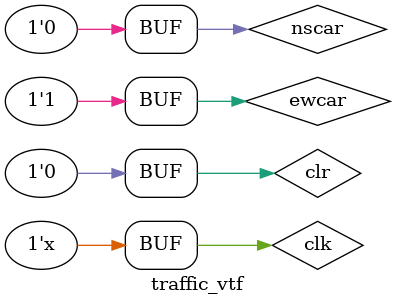
<source format=v>
`timescale 1ns / 1ps


module traffic_vtf;

	// Inputs
	reg clk;
	reg clr;
	reg nscar;
	reg ewcar;

	// Outputs
	wire [5:0] lights;

	// Instantiate the Unit Under Test (UUT)
	traffic uut (
		.clk(clk), 
		.clr(clr), 
		.nscar(nscar), 
		.ewcar(ewcar), 
		.lights(lights)
	);

	initial begin
		// Initialize Inputs
		clk = 0;
		clr = 0;
		nscar = 0;
		ewcar = 1;
		clr = 1;
		#2;
		clr = 0;
		#2;
		// we are selecting the range when we can establish the priority of the North South is more so
		// we can switch the signal
		#200;
		nscar = 1;
		#50;   // for a period of 50 ns it is range of being green in East-West Road
		// So in simulation we will see that the traffic light will image in this time in state 3(S3)
		nscar = 0;
		#2;
		#500;
		// It is important to notice that even if there is a car on the East-West Road it
		// is not given priority even for a long time and the code progresses.
		
      // Later on there is no car on priority in North - South so it progresses as usual.
		// Add stimulus here

	end
	
	always #5 clk = ~clk;
      
endmodule

</source>
